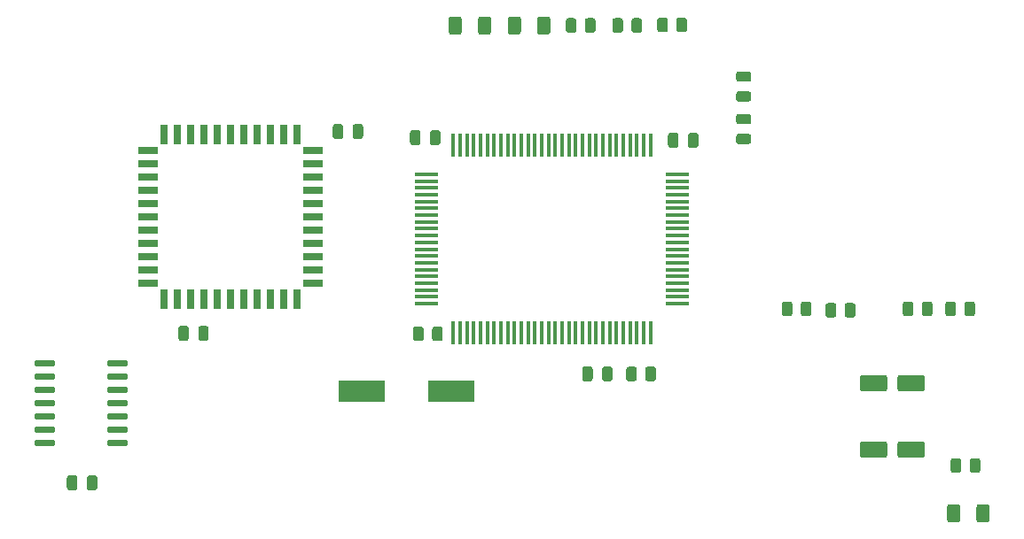
<source format=gtp>
G04 #@! TF.GenerationSoftware,KiCad,Pcbnew,(5.1.10)-1*
G04 #@! TF.CreationDate,2021-07-30T10:28:04+01:00*
G04 #@! TF.ProjectId,Eth8019,45746838-3031-4392-9e6b-696361645f70,rev?*
G04 #@! TF.SameCoordinates,Original*
G04 #@! TF.FileFunction,Paste,Top*
G04 #@! TF.FilePolarity,Positive*
%FSLAX46Y46*%
G04 Gerber Fmt 4.6, Leading zero omitted, Abs format (unit mm)*
G04 Created by KiCad (PCBNEW (5.1.10)-1) date 2021-07-30 10:28:04*
%MOMM*%
%LPD*%
G01*
G04 APERTURE LIST*
%ADD10R,4.500000X2.000000*%
%ADD11R,2.200000X0.350000*%
%ADD12R,0.350000X2.200000*%
%ADD13R,0.700000X1.925000*%
%ADD14R,1.925000X0.700000*%
G04 APERTURE END LIST*
G36*
G01*
X136900000Y-101875000D02*
X136900000Y-100925000D01*
G75*
G02*
X137150000Y-100675000I250000J0D01*
G01*
X137650000Y-100675000D01*
G75*
G02*
X137900000Y-100925000I0J-250000D01*
G01*
X137900000Y-101875000D01*
G75*
G02*
X137650000Y-102125000I-250000J0D01*
G01*
X137150000Y-102125000D01*
G75*
G02*
X136900000Y-101875000I0J250000D01*
G01*
G37*
G36*
G01*
X135000000Y-101875000D02*
X135000000Y-100925000D01*
G75*
G02*
X135250000Y-100675000I250000J0D01*
G01*
X135750000Y-100675000D01*
G75*
G02*
X136000000Y-100925000I0J-250000D01*
G01*
X136000000Y-101875000D01*
G75*
G02*
X135750000Y-102125000I-250000J0D01*
G01*
X135250000Y-102125000D01*
G75*
G02*
X135000000Y-101875000I0J250000D01*
G01*
G37*
D10*
X137795000Y-126238000D03*
X146295000Y-126238000D03*
D11*
X167894000Y-105499000D03*
X167894000Y-106149000D03*
X167894000Y-106799000D03*
X167894000Y-107449000D03*
X167894000Y-108099000D03*
X167894000Y-108749000D03*
X167894000Y-109399000D03*
X167894000Y-110049000D03*
X167894000Y-110699000D03*
X167894000Y-111349000D03*
X167894000Y-111999000D03*
X167894000Y-112649000D03*
X167894000Y-113299000D03*
X167894000Y-113949000D03*
X167894000Y-114599000D03*
X167894000Y-115249000D03*
X167894000Y-115899000D03*
X167894000Y-116549000D03*
X167894000Y-117199000D03*
X167894000Y-117849000D03*
D12*
X165354000Y-120639000D03*
X164704000Y-120639000D03*
X164054000Y-120639000D03*
X163404000Y-120639000D03*
X162754000Y-120639000D03*
X162104000Y-120639000D03*
X161454000Y-120639000D03*
X160804000Y-120639000D03*
X160154000Y-120639000D03*
X159504000Y-120639000D03*
X158854000Y-120639000D03*
X158204000Y-120639000D03*
X157554000Y-120639000D03*
X156904000Y-120639000D03*
X156254000Y-120639000D03*
X155604000Y-120639000D03*
X154954000Y-120639000D03*
X154304000Y-120639000D03*
X153654000Y-120639000D03*
X153004000Y-120639000D03*
X152354000Y-120639000D03*
X151704000Y-120639000D03*
X151054000Y-120639000D03*
X150404000Y-120639000D03*
X149754000Y-120639000D03*
X149104000Y-120639000D03*
X148454000Y-120639000D03*
X147804000Y-120639000D03*
X147154000Y-120639000D03*
X146504000Y-120639000D03*
D11*
X143964000Y-117849000D03*
X143964000Y-117199000D03*
X143964000Y-116549000D03*
X143964000Y-115899000D03*
X143964000Y-115249000D03*
X143964000Y-114599000D03*
X143964000Y-113949000D03*
X143964000Y-113299000D03*
X143964000Y-112649000D03*
X143964000Y-111999000D03*
X143964000Y-111349000D03*
X143964000Y-110699000D03*
X143964000Y-110049000D03*
X143964000Y-109399000D03*
X143964000Y-108749000D03*
X143964000Y-108099000D03*
X143964000Y-107449000D03*
X143964000Y-106799000D03*
X143964000Y-106149000D03*
X143964000Y-105499000D03*
D12*
X146504000Y-102709000D03*
X147154000Y-102709000D03*
X147804000Y-102709000D03*
X148454000Y-102709000D03*
X149104000Y-102709000D03*
X149754000Y-102709000D03*
X150404000Y-102709000D03*
X151054000Y-102709000D03*
X151704000Y-102709000D03*
X152354000Y-102709000D03*
X153004000Y-102709000D03*
X153654000Y-102709000D03*
X154304000Y-102709000D03*
X154954000Y-102709000D03*
X155604000Y-102709000D03*
X156254000Y-102709000D03*
X156904000Y-102709000D03*
X157554000Y-102709000D03*
X158204000Y-102709000D03*
X158854000Y-102709000D03*
X159504000Y-102709000D03*
X160154000Y-102709000D03*
X160804000Y-102709000D03*
X161454000Y-102709000D03*
X162104000Y-102709000D03*
X162754000Y-102709000D03*
X163404000Y-102709000D03*
X164054000Y-102709000D03*
X164704000Y-102709000D03*
X165354000Y-102709000D03*
D13*
X131555500Y-117391500D03*
X130285500Y-117391500D03*
X129015500Y-117391500D03*
X127745500Y-117391500D03*
X126475500Y-117391500D03*
X125205500Y-117391500D03*
X123935500Y-117391500D03*
X122665500Y-117391500D03*
X121395500Y-117391500D03*
X120125500Y-117391500D03*
X118855500Y-117391500D03*
D14*
X117343000Y-115879000D03*
X117343000Y-114609000D03*
X117343000Y-113339000D03*
X117343000Y-112069000D03*
X117343000Y-110799000D03*
X117343000Y-109529000D03*
X117343000Y-108259000D03*
X117343000Y-106989000D03*
X117343000Y-105719000D03*
X117343000Y-104449000D03*
X117343000Y-103179000D03*
D13*
X118855500Y-101666500D03*
X120125500Y-101666500D03*
X121395500Y-101666500D03*
X122665500Y-101666500D03*
X123935500Y-101666500D03*
X125205500Y-101666500D03*
X126475500Y-101666500D03*
X127745500Y-101666500D03*
X129015500Y-101666500D03*
X130285500Y-101666500D03*
X131555500Y-101666500D03*
D14*
X133068000Y-115879000D03*
X133068000Y-114609000D03*
X133068000Y-113339000D03*
X133068000Y-112069000D03*
X133068000Y-110799000D03*
X133068000Y-103179000D03*
X133068000Y-104449000D03*
X133068000Y-105719000D03*
X133068000Y-106989000D03*
X133068000Y-108259000D03*
X133068000Y-109529000D03*
G36*
G01*
X113439500Y-123721000D02*
X113439500Y-123421000D01*
G75*
G02*
X113589500Y-123271000I150000J0D01*
G01*
X115264500Y-123271000D01*
G75*
G02*
X115414500Y-123421000I0J-150000D01*
G01*
X115414500Y-123721000D01*
G75*
G02*
X115264500Y-123871000I-150000J0D01*
G01*
X113589500Y-123871000D01*
G75*
G02*
X113439500Y-123721000I0J150000D01*
G01*
G37*
G36*
G01*
X113439500Y-124991000D02*
X113439500Y-124691000D01*
G75*
G02*
X113589500Y-124541000I150000J0D01*
G01*
X115264500Y-124541000D01*
G75*
G02*
X115414500Y-124691000I0J-150000D01*
G01*
X115414500Y-124991000D01*
G75*
G02*
X115264500Y-125141000I-150000J0D01*
G01*
X113589500Y-125141000D01*
G75*
G02*
X113439500Y-124991000I0J150000D01*
G01*
G37*
G36*
G01*
X113439500Y-126261000D02*
X113439500Y-125961000D01*
G75*
G02*
X113589500Y-125811000I150000J0D01*
G01*
X115264500Y-125811000D01*
G75*
G02*
X115414500Y-125961000I0J-150000D01*
G01*
X115414500Y-126261000D01*
G75*
G02*
X115264500Y-126411000I-150000J0D01*
G01*
X113589500Y-126411000D01*
G75*
G02*
X113439500Y-126261000I0J150000D01*
G01*
G37*
G36*
G01*
X113439500Y-127531000D02*
X113439500Y-127231000D01*
G75*
G02*
X113589500Y-127081000I150000J0D01*
G01*
X115264500Y-127081000D01*
G75*
G02*
X115414500Y-127231000I0J-150000D01*
G01*
X115414500Y-127531000D01*
G75*
G02*
X115264500Y-127681000I-150000J0D01*
G01*
X113589500Y-127681000D01*
G75*
G02*
X113439500Y-127531000I0J150000D01*
G01*
G37*
G36*
G01*
X113439500Y-128801000D02*
X113439500Y-128501000D01*
G75*
G02*
X113589500Y-128351000I150000J0D01*
G01*
X115264500Y-128351000D01*
G75*
G02*
X115414500Y-128501000I0J-150000D01*
G01*
X115414500Y-128801000D01*
G75*
G02*
X115264500Y-128951000I-150000J0D01*
G01*
X113589500Y-128951000D01*
G75*
G02*
X113439500Y-128801000I0J150000D01*
G01*
G37*
G36*
G01*
X113439500Y-130071000D02*
X113439500Y-129771000D01*
G75*
G02*
X113589500Y-129621000I150000J0D01*
G01*
X115264500Y-129621000D01*
G75*
G02*
X115414500Y-129771000I0J-150000D01*
G01*
X115414500Y-130071000D01*
G75*
G02*
X115264500Y-130221000I-150000J0D01*
G01*
X113589500Y-130221000D01*
G75*
G02*
X113439500Y-130071000I0J150000D01*
G01*
G37*
G36*
G01*
X113439500Y-131341000D02*
X113439500Y-131041000D01*
G75*
G02*
X113589500Y-130891000I150000J0D01*
G01*
X115264500Y-130891000D01*
G75*
G02*
X115414500Y-131041000I0J-150000D01*
G01*
X115414500Y-131341000D01*
G75*
G02*
X115264500Y-131491000I-150000J0D01*
G01*
X113589500Y-131491000D01*
G75*
G02*
X113439500Y-131341000I0J150000D01*
G01*
G37*
G36*
G01*
X106514500Y-131341000D02*
X106514500Y-131041000D01*
G75*
G02*
X106664500Y-130891000I150000J0D01*
G01*
X108339500Y-130891000D01*
G75*
G02*
X108489500Y-131041000I0J-150000D01*
G01*
X108489500Y-131341000D01*
G75*
G02*
X108339500Y-131491000I-150000J0D01*
G01*
X106664500Y-131491000D01*
G75*
G02*
X106514500Y-131341000I0J150000D01*
G01*
G37*
G36*
G01*
X106514500Y-130071000D02*
X106514500Y-129771000D01*
G75*
G02*
X106664500Y-129621000I150000J0D01*
G01*
X108339500Y-129621000D01*
G75*
G02*
X108489500Y-129771000I0J-150000D01*
G01*
X108489500Y-130071000D01*
G75*
G02*
X108339500Y-130221000I-150000J0D01*
G01*
X106664500Y-130221000D01*
G75*
G02*
X106514500Y-130071000I0J150000D01*
G01*
G37*
G36*
G01*
X106514500Y-128801000D02*
X106514500Y-128501000D01*
G75*
G02*
X106664500Y-128351000I150000J0D01*
G01*
X108339500Y-128351000D01*
G75*
G02*
X108489500Y-128501000I0J-150000D01*
G01*
X108489500Y-128801000D01*
G75*
G02*
X108339500Y-128951000I-150000J0D01*
G01*
X106664500Y-128951000D01*
G75*
G02*
X106514500Y-128801000I0J150000D01*
G01*
G37*
G36*
G01*
X106514500Y-127531000D02*
X106514500Y-127231000D01*
G75*
G02*
X106664500Y-127081000I150000J0D01*
G01*
X108339500Y-127081000D01*
G75*
G02*
X108489500Y-127231000I0J-150000D01*
G01*
X108489500Y-127531000D01*
G75*
G02*
X108339500Y-127681000I-150000J0D01*
G01*
X106664500Y-127681000D01*
G75*
G02*
X106514500Y-127531000I0J150000D01*
G01*
G37*
G36*
G01*
X106514500Y-126261000D02*
X106514500Y-125961000D01*
G75*
G02*
X106664500Y-125811000I150000J0D01*
G01*
X108339500Y-125811000D01*
G75*
G02*
X108489500Y-125961000I0J-150000D01*
G01*
X108489500Y-126261000D01*
G75*
G02*
X108339500Y-126411000I-150000J0D01*
G01*
X106664500Y-126411000D01*
G75*
G02*
X106514500Y-126261000I0J150000D01*
G01*
G37*
G36*
G01*
X106514500Y-124991000D02*
X106514500Y-124691000D01*
G75*
G02*
X106664500Y-124541000I150000J0D01*
G01*
X108339500Y-124541000D01*
G75*
G02*
X108489500Y-124691000I0J-150000D01*
G01*
X108489500Y-124991000D01*
G75*
G02*
X108339500Y-125141000I-150000J0D01*
G01*
X106664500Y-125141000D01*
G75*
G02*
X106514500Y-124991000I0J150000D01*
G01*
G37*
G36*
G01*
X106514500Y-123721000D02*
X106514500Y-123421000D01*
G75*
G02*
X106664500Y-123271000I150000J0D01*
G01*
X108339500Y-123271000D01*
G75*
G02*
X108489500Y-123421000I0J-150000D01*
G01*
X108489500Y-123721000D01*
G75*
G02*
X108339500Y-123871000I-150000J0D01*
G01*
X106664500Y-123871000D01*
G75*
G02*
X106514500Y-123721000I0J150000D01*
G01*
G37*
G36*
G01*
X163522000Y-91697002D02*
X163522000Y-90796998D01*
G75*
G02*
X163771998Y-90547000I249998J0D01*
G01*
X164297002Y-90547000D01*
G75*
G02*
X164547000Y-90796998I0J-249998D01*
G01*
X164547000Y-91697002D01*
G75*
G02*
X164297002Y-91947000I-249998J0D01*
G01*
X163771998Y-91947000D01*
G75*
G02*
X163522000Y-91697002I0J249998D01*
G01*
G37*
G36*
G01*
X161697000Y-91697002D02*
X161697000Y-90796998D01*
G75*
G02*
X161946998Y-90547000I249998J0D01*
G01*
X162472002Y-90547000D01*
G75*
G02*
X162722000Y-90796998I0J-249998D01*
G01*
X162722000Y-91697002D01*
G75*
G02*
X162472002Y-91947000I-249998J0D01*
G01*
X161946998Y-91947000D01*
G75*
G02*
X161697000Y-91697002I0J249998D01*
G01*
G37*
G36*
G01*
X159077000Y-91697002D02*
X159077000Y-90796998D01*
G75*
G02*
X159326998Y-90547000I249998J0D01*
G01*
X159852002Y-90547000D01*
G75*
G02*
X160102000Y-90796998I0J-249998D01*
G01*
X160102000Y-91697002D01*
G75*
G02*
X159852002Y-91947000I-249998J0D01*
G01*
X159326998Y-91947000D01*
G75*
G02*
X159077000Y-91697002I0J249998D01*
G01*
G37*
G36*
G01*
X157252000Y-91697002D02*
X157252000Y-90796998D01*
G75*
G02*
X157501998Y-90547000I249998J0D01*
G01*
X158027002Y-90547000D01*
G75*
G02*
X158277000Y-90796998I0J-249998D01*
G01*
X158277000Y-91697002D01*
G75*
G02*
X158027002Y-91947000I-249998J0D01*
G01*
X157501998Y-91947000D01*
G75*
G02*
X157252000Y-91697002I0J249998D01*
G01*
G37*
G36*
G01*
X191257500Y-118814002D02*
X191257500Y-117913998D01*
G75*
G02*
X191507498Y-117664000I249998J0D01*
G01*
X192032502Y-117664000D01*
G75*
G02*
X192282500Y-117913998I0J-249998D01*
G01*
X192282500Y-118814002D01*
G75*
G02*
X192032502Y-119064000I-249998J0D01*
G01*
X191507498Y-119064000D01*
G75*
G02*
X191257500Y-118814002I0J249998D01*
G01*
G37*
G36*
G01*
X189432500Y-118814002D02*
X189432500Y-117913998D01*
G75*
G02*
X189682498Y-117664000I249998J0D01*
G01*
X190207502Y-117664000D01*
G75*
G02*
X190457500Y-117913998I0J-249998D01*
G01*
X190457500Y-118814002D01*
G75*
G02*
X190207502Y-119064000I-249998J0D01*
G01*
X189682498Y-119064000D01*
G75*
G02*
X189432500Y-118814002I0J249998D01*
G01*
G37*
G36*
G01*
X195321500Y-118814002D02*
X195321500Y-117913998D01*
G75*
G02*
X195571498Y-117664000I249998J0D01*
G01*
X196096502Y-117664000D01*
G75*
G02*
X196346500Y-117913998I0J-249998D01*
G01*
X196346500Y-118814002D01*
G75*
G02*
X196096502Y-119064000I-249998J0D01*
G01*
X195571498Y-119064000D01*
G75*
G02*
X195321500Y-118814002I0J249998D01*
G01*
G37*
G36*
G01*
X193496500Y-118814002D02*
X193496500Y-117913998D01*
G75*
G02*
X193746498Y-117664000I249998J0D01*
G01*
X194271502Y-117664000D01*
G75*
G02*
X194521500Y-117913998I0J-249998D01*
G01*
X194521500Y-118814002D01*
G75*
G02*
X194271502Y-119064000I-249998J0D01*
G01*
X193746498Y-119064000D01*
G75*
G02*
X193496500Y-118814002I0J249998D01*
G01*
G37*
G36*
G01*
X183085500Y-118040998D02*
X183085500Y-118941002D01*
G75*
G02*
X182835502Y-119191000I-249998J0D01*
G01*
X182310498Y-119191000D01*
G75*
G02*
X182060500Y-118941002I0J249998D01*
G01*
X182060500Y-118040998D01*
G75*
G02*
X182310498Y-117791000I249998J0D01*
G01*
X182835502Y-117791000D01*
G75*
G02*
X183085500Y-118040998I0J-249998D01*
G01*
G37*
G36*
G01*
X184910500Y-118040998D02*
X184910500Y-118941002D01*
G75*
G02*
X184660502Y-119191000I-249998J0D01*
G01*
X184135498Y-119191000D01*
G75*
G02*
X183885500Y-118941002I0J249998D01*
G01*
X183885500Y-118040998D01*
G75*
G02*
X184135498Y-117791000I249998J0D01*
G01*
X184660502Y-117791000D01*
G75*
G02*
X184910500Y-118040998I0J-249998D01*
G01*
G37*
G36*
G01*
X143687500Y-120299998D02*
X143687500Y-121200002D01*
G75*
G02*
X143437502Y-121450000I-249998J0D01*
G01*
X142912498Y-121450000D01*
G75*
G02*
X142662500Y-121200002I0J249998D01*
G01*
X142662500Y-120299998D01*
G75*
G02*
X142912498Y-120050000I249998J0D01*
G01*
X143437502Y-120050000D01*
G75*
G02*
X143687500Y-120299998I0J-249998D01*
G01*
G37*
G36*
G01*
X145512500Y-120299998D02*
X145512500Y-121200002D01*
G75*
G02*
X145262502Y-121450000I-249998J0D01*
G01*
X144737498Y-121450000D01*
G75*
G02*
X144487500Y-121200002I0J249998D01*
G01*
X144487500Y-120299998D01*
G75*
G02*
X144737498Y-120050000I249998J0D01*
G01*
X145262502Y-120050000D01*
G75*
G02*
X145512500Y-120299998I0J-249998D01*
G01*
G37*
G36*
G01*
X167812500Y-91650002D02*
X167812500Y-90749998D01*
G75*
G02*
X168062498Y-90500000I249998J0D01*
G01*
X168587502Y-90500000D01*
G75*
G02*
X168837500Y-90749998I0J-249998D01*
G01*
X168837500Y-91650002D01*
G75*
G02*
X168587502Y-91900000I-249998J0D01*
G01*
X168062498Y-91900000D01*
G75*
G02*
X167812500Y-91650002I0J249998D01*
G01*
G37*
G36*
G01*
X165987500Y-91650002D02*
X165987500Y-90749998D01*
G75*
G02*
X166237498Y-90500000I249998J0D01*
G01*
X166762502Y-90500000D01*
G75*
G02*
X167012500Y-90749998I0J-249998D01*
G01*
X167012500Y-91650002D01*
G75*
G02*
X166762502Y-91900000I-249998J0D01*
G01*
X166237498Y-91900000D01*
G75*
G02*
X165987500Y-91650002I0J249998D01*
G01*
G37*
G36*
G01*
X164841500Y-125037002D02*
X164841500Y-124136998D01*
G75*
G02*
X165091498Y-123887000I249998J0D01*
G01*
X165616502Y-123887000D01*
G75*
G02*
X165866500Y-124136998I0J-249998D01*
G01*
X165866500Y-125037002D01*
G75*
G02*
X165616502Y-125287000I-249998J0D01*
G01*
X165091498Y-125287000D01*
G75*
G02*
X164841500Y-125037002I0J249998D01*
G01*
G37*
G36*
G01*
X163016500Y-125037002D02*
X163016500Y-124136998D01*
G75*
G02*
X163266498Y-123887000I249998J0D01*
G01*
X163791502Y-123887000D01*
G75*
G02*
X164041500Y-124136998I0J-249998D01*
G01*
X164041500Y-125037002D01*
G75*
G02*
X163791502Y-125287000I-249998J0D01*
G01*
X163266498Y-125287000D01*
G75*
G02*
X163016500Y-125037002I0J249998D01*
G01*
G37*
G36*
G01*
X178894500Y-117913998D02*
X178894500Y-118814002D01*
G75*
G02*
X178644502Y-119064000I-249998J0D01*
G01*
X178119498Y-119064000D01*
G75*
G02*
X177869500Y-118814002I0J249998D01*
G01*
X177869500Y-117913998D01*
G75*
G02*
X178119498Y-117664000I249998J0D01*
G01*
X178644502Y-117664000D01*
G75*
G02*
X178894500Y-117913998I0J-249998D01*
G01*
G37*
G36*
G01*
X180719500Y-117913998D02*
X180719500Y-118814002D01*
G75*
G02*
X180469502Y-119064000I-249998J0D01*
G01*
X179944498Y-119064000D01*
G75*
G02*
X179694500Y-118814002I0J249998D01*
G01*
X179694500Y-117913998D01*
G75*
G02*
X179944498Y-117664000I249998J0D01*
G01*
X180469502Y-117664000D01*
G75*
G02*
X180719500Y-117913998I0J-249998D01*
G01*
G37*
G36*
G01*
X195029500Y-132899998D02*
X195029500Y-133800002D01*
G75*
G02*
X194779502Y-134050000I-249998J0D01*
G01*
X194254498Y-134050000D01*
G75*
G02*
X194004500Y-133800002I0J249998D01*
G01*
X194004500Y-132899998D01*
G75*
G02*
X194254498Y-132650000I249998J0D01*
G01*
X194779502Y-132650000D01*
G75*
G02*
X195029500Y-132899998I0J-249998D01*
G01*
G37*
G36*
G01*
X196854500Y-132899998D02*
X196854500Y-133800002D01*
G75*
G02*
X196604502Y-134050000I-249998J0D01*
G01*
X196079498Y-134050000D01*
G75*
G02*
X195829500Y-133800002I0J249998D01*
G01*
X195829500Y-132899998D01*
G75*
G02*
X196079498Y-132650000I249998J0D01*
G01*
X196604502Y-132650000D01*
G75*
G02*
X196854500Y-132899998I0J-249998D01*
G01*
G37*
G36*
G01*
X154522000Y-91880000D02*
X154522000Y-90630000D01*
G75*
G02*
X154772000Y-90380000I250000J0D01*
G01*
X155522000Y-90380000D01*
G75*
G02*
X155772000Y-90630000I0J-250000D01*
G01*
X155772000Y-91880000D01*
G75*
G02*
X155522000Y-92130000I-250000J0D01*
G01*
X154772000Y-92130000D01*
G75*
G02*
X154522000Y-91880000I0J250000D01*
G01*
G37*
G36*
G01*
X151722000Y-91880000D02*
X151722000Y-90630000D01*
G75*
G02*
X151972000Y-90380000I250000J0D01*
G01*
X152722000Y-90380000D01*
G75*
G02*
X152972000Y-90630000I0J-250000D01*
G01*
X152972000Y-91880000D01*
G75*
G02*
X152722000Y-92130000I-250000J0D01*
G01*
X151972000Y-92130000D01*
G75*
G02*
X151722000Y-91880000I0J250000D01*
G01*
G37*
G36*
G01*
X148872000Y-91880000D02*
X148872000Y-90630000D01*
G75*
G02*
X149122000Y-90380000I250000J0D01*
G01*
X149872000Y-90380000D01*
G75*
G02*
X150122000Y-90630000I0J-250000D01*
G01*
X150122000Y-91880000D01*
G75*
G02*
X149872000Y-92130000I-250000J0D01*
G01*
X149122000Y-92130000D01*
G75*
G02*
X148872000Y-91880000I0J250000D01*
G01*
G37*
G36*
G01*
X146072000Y-91880000D02*
X146072000Y-90630000D01*
G75*
G02*
X146322000Y-90380000I250000J0D01*
G01*
X147072000Y-90380000D01*
G75*
G02*
X147322000Y-90630000I0J-250000D01*
G01*
X147322000Y-91880000D01*
G75*
G02*
X147072000Y-92130000I-250000J0D01*
G01*
X146322000Y-92130000D01*
G75*
G02*
X146072000Y-91880000I0J250000D01*
G01*
G37*
G36*
G01*
X194929000Y-137297000D02*
X194929000Y-138547000D01*
G75*
G02*
X194679000Y-138797000I-250000J0D01*
G01*
X193929000Y-138797000D01*
G75*
G02*
X193679000Y-138547000I0J250000D01*
G01*
X193679000Y-137297000D01*
G75*
G02*
X193929000Y-137047000I250000J0D01*
G01*
X194679000Y-137047000D01*
G75*
G02*
X194929000Y-137297000I0J-250000D01*
G01*
G37*
G36*
G01*
X197729000Y-137297000D02*
X197729000Y-138547000D01*
G75*
G02*
X197479000Y-138797000I-250000J0D01*
G01*
X196729000Y-138797000D01*
G75*
G02*
X196479000Y-138547000I0J250000D01*
G01*
X196479000Y-137297000D01*
G75*
G02*
X196729000Y-137047000I250000J0D01*
G01*
X197479000Y-137047000D01*
G75*
G02*
X197729000Y-137297000I0J-250000D01*
G01*
G37*
G36*
G01*
X188946000Y-132376000D02*
X188946000Y-131276000D01*
G75*
G02*
X189196000Y-131026000I250000J0D01*
G01*
X191296000Y-131026000D01*
G75*
G02*
X191546000Y-131276000I0J-250000D01*
G01*
X191546000Y-132376000D01*
G75*
G02*
X191296000Y-132626000I-250000J0D01*
G01*
X189196000Y-132626000D01*
G75*
G02*
X188946000Y-132376000I0J250000D01*
G01*
G37*
G36*
G01*
X185346000Y-132376000D02*
X185346000Y-131276000D01*
G75*
G02*
X185596000Y-131026000I250000J0D01*
G01*
X187696000Y-131026000D01*
G75*
G02*
X187946000Y-131276000I0J-250000D01*
G01*
X187946000Y-132376000D01*
G75*
G02*
X187696000Y-132626000I-250000J0D01*
G01*
X185596000Y-132626000D01*
G75*
G02*
X185346000Y-132376000I0J250000D01*
G01*
G37*
G36*
G01*
X188946000Y-126026000D02*
X188946000Y-124926000D01*
G75*
G02*
X189196000Y-124676000I250000J0D01*
G01*
X191296000Y-124676000D01*
G75*
G02*
X191546000Y-124926000I0J-250000D01*
G01*
X191546000Y-126026000D01*
G75*
G02*
X191296000Y-126276000I-250000J0D01*
G01*
X189196000Y-126276000D01*
G75*
G02*
X188946000Y-126026000I0J250000D01*
G01*
G37*
G36*
G01*
X185346000Y-126026000D02*
X185346000Y-124926000D01*
G75*
G02*
X185596000Y-124676000I250000J0D01*
G01*
X187696000Y-124676000D01*
G75*
G02*
X187946000Y-124926000I0J-250000D01*
G01*
X187946000Y-126026000D01*
G75*
G02*
X187696000Y-126276000I-250000J0D01*
G01*
X185596000Y-126276000D01*
G75*
G02*
X185346000Y-126026000I0J250000D01*
G01*
G37*
G36*
G01*
X144280000Y-102456000D02*
X144280000Y-101506000D01*
G75*
G02*
X144530000Y-101256000I250000J0D01*
G01*
X145030000Y-101256000D01*
G75*
G02*
X145280000Y-101506000I0J-250000D01*
G01*
X145280000Y-102456000D01*
G75*
G02*
X145030000Y-102706000I-250000J0D01*
G01*
X144530000Y-102706000D01*
G75*
G02*
X144280000Y-102456000I0J250000D01*
G01*
G37*
G36*
G01*
X142380000Y-102456000D02*
X142380000Y-101506000D01*
G75*
G02*
X142630000Y-101256000I250000J0D01*
G01*
X143130000Y-101256000D01*
G75*
G02*
X143380000Y-101506000I0J-250000D01*
G01*
X143380000Y-102456000D01*
G75*
G02*
X143130000Y-102706000I-250000J0D01*
G01*
X142630000Y-102706000D01*
G75*
G02*
X142380000Y-102456000I0J250000D01*
G01*
G37*
G36*
G01*
X174719000Y-96644000D02*
X173769000Y-96644000D01*
G75*
G02*
X173519000Y-96394000I0J250000D01*
G01*
X173519000Y-95894000D01*
G75*
G02*
X173769000Y-95644000I250000J0D01*
G01*
X174719000Y-95644000D01*
G75*
G02*
X174969000Y-95894000I0J-250000D01*
G01*
X174969000Y-96394000D01*
G75*
G02*
X174719000Y-96644000I-250000J0D01*
G01*
G37*
G36*
G01*
X174719000Y-98544000D02*
X173769000Y-98544000D01*
G75*
G02*
X173519000Y-98294000I0J250000D01*
G01*
X173519000Y-97794000D01*
G75*
G02*
X173769000Y-97544000I250000J0D01*
G01*
X174719000Y-97544000D01*
G75*
G02*
X174969000Y-97794000I0J-250000D01*
G01*
X174969000Y-98294000D01*
G75*
G02*
X174719000Y-98544000I-250000J0D01*
G01*
G37*
G36*
G01*
X160724000Y-125062000D02*
X160724000Y-124112000D01*
G75*
G02*
X160974000Y-123862000I250000J0D01*
G01*
X161474000Y-123862000D01*
G75*
G02*
X161724000Y-124112000I0J-250000D01*
G01*
X161724000Y-125062000D01*
G75*
G02*
X161474000Y-125312000I-250000J0D01*
G01*
X160974000Y-125312000D01*
G75*
G02*
X160724000Y-125062000I0J250000D01*
G01*
G37*
G36*
G01*
X158824000Y-125062000D02*
X158824000Y-124112000D01*
G75*
G02*
X159074000Y-123862000I250000J0D01*
G01*
X159574000Y-123862000D01*
G75*
G02*
X159824000Y-124112000I0J-250000D01*
G01*
X159824000Y-125062000D01*
G75*
G02*
X159574000Y-125312000I-250000J0D01*
G01*
X159074000Y-125312000D01*
G75*
G02*
X158824000Y-125062000I0J250000D01*
G01*
G37*
G36*
G01*
X174719000Y-100708000D02*
X173769000Y-100708000D01*
G75*
G02*
X173519000Y-100458000I0J250000D01*
G01*
X173519000Y-99958000D01*
G75*
G02*
X173769000Y-99708000I250000J0D01*
G01*
X174719000Y-99708000D01*
G75*
G02*
X174969000Y-99958000I0J-250000D01*
G01*
X174969000Y-100458000D01*
G75*
G02*
X174719000Y-100708000I-250000J0D01*
G01*
G37*
G36*
G01*
X174719000Y-102608000D02*
X173769000Y-102608000D01*
G75*
G02*
X173519000Y-102358000I0J250000D01*
G01*
X173519000Y-101858000D01*
G75*
G02*
X173769000Y-101608000I250000J0D01*
G01*
X174719000Y-101608000D01*
G75*
G02*
X174969000Y-101858000I0J-250000D01*
G01*
X174969000Y-102358000D01*
G75*
G02*
X174719000Y-102608000I-250000J0D01*
G01*
G37*
G36*
G01*
X168918000Y-102710000D02*
X168918000Y-101760000D01*
G75*
G02*
X169168000Y-101510000I250000J0D01*
G01*
X169668000Y-101510000D01*
G75*
G02*
X169918000Y-101760000I0J-250000D01*
G01*
X169918000Y-102710000D01*
G75*
G02*
X169668000Y-102960000I-250000J0D01*
G01*
X169168000Y-102960000D01*
G75*
G02*
X168918000Y-102710000I0J250000D01*
G01*
G37*
G36*
G01*
X167018000Y-102710000D02*
X167018000Y-101760000D01*
G75*
G02*
X167268000Y-101510000I250000J0D01*
G01*
X167768000Y-101510000D01*
G75*
G02*
X168018000Y-101760000I0J-250000D01*
G01*
X168018000Y-102710000D01*
G75*
G02*
X167768000Y-102960000I-250000J0D01*
G01*
X167268000Y-102960000D01*
G75*
G02*
X167018000Y-102710000I0J250000D01*
G01*
G37*
G36*
G01*
X121254000Y-120230000D02*
X121254000Y-121180000D01*
G75*
G02*
X121004000Y-121430000I-250000J0D01*
G01*
X120504000Y-121430000D01*
G75*
G02*
X120254000Y-121180000I0J250000D01*
G01*
X120254000Y-120230000D01*
G75*
G02*
X120504000Y-119980000I250000J0D01*
G01*
X121004000Y-119980000D01*
G75*
G02*
X121254000Y-120230000I0J-250000D01*
G01*
G37*
G36*
G01*
X123154000Y-120230000D02*
X123154000Y-121180000D01*
G75*
G02*
X122904000Y-121430000I-250000J0D01*
G01*
X122404000Y-121430000D01*
G75*
G02*
X122154000Y-121180000I0J250000D01*
G01*
X122154000Y-120230000D01*
G75*
G02*
X122404000Y-119980000I250000J0D01*
G01*
X122904000Y-119980000D01*
G75*
G02*
X123154000Y-120230000I0J-250000D01*
G01*
G37*
G36*
G01*
X110614000Y-134526000D02*
X110614000Y-135476000D01*
G75*
G02*
X110364000Y-135726000I-250000J0D01*
G01*
X109864000Y-135726000D01*
G75*
G02*
X109614000Y-135476000I0J250000D01*
G01*
X109614000Y-134526000D01*
G75*
G02*
X109864000Y-134276000I250000J0D01*
G01*
X110364000Y-134276000D01*
G75*
G02*
X110614000Y-134526000I0J-250000D01*
G01*
G37*
G36*
G01*
X112514000Y-134526000D02*
X112514000Y-135476000D01*
G75*
G02*
X112264000Y-135726000I-250000J0D01*
G01*
X111764000Y-135726000D01*
G75*
G02*
X111514000Y-135476000I0J250000D01*
G01*
X111514000Y-134526000D01*
G75*
G02*
X111764000Y-134276000I250000J0D01*
G01*
X112264000Y-134276000D01*
G75*
G02*
X112514000Y-134526000I0J-250000D01*
G01*
G37*
M02*

</source>
